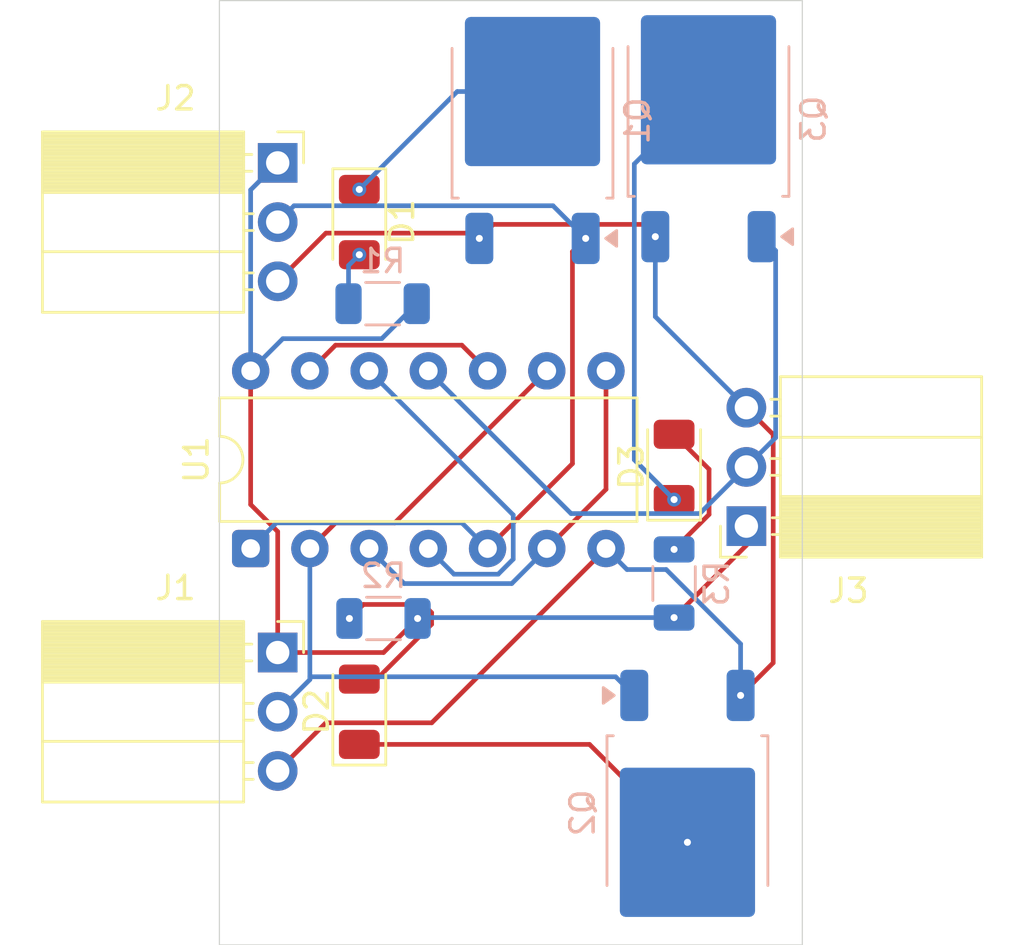
<source format=kicad_pcb>
(kicad_pcb (version 20241229) (generator "pcbnew") (generator_version "9.0")
  (layers (0 "F.Cu" signal) (2 "B.Cu" signal) (13 "F.Paste" user) (15 "B.Paste" user) (5 "F.SilkS" user "F.Silkscreen") (7 "B.SilkS" user "B.Silkscreen") (1 "F.Mask" user) (3 "B.Mask" user) (25 "Edge.Cuts" user))
  (net 0 "")
  (net 1 "Net-(D1-K)")
  (net 2 "Net-(D1-A)")
  (net 3 "Net-(D2-K)")
  (net 4 "Net-(D2-A)")
  (net 5 "Net-(D3-A)")
  (net 6 "Net-(D3-K)")
  (net 7 "Net-(J1-Pin_1)")
  (net 8 "Net-(J1-Pin_2)")
  (net 9 "Net-(J1-Pin_3)")
  (net 10 "Net-(J2-Pin_2)")
  (net 11 "Net-(J3-Pin_2)")
  (net 12 "Net-(U1-Pad3)")
  (net 13 "Net-(U1-Pad10)")
  (net 14 "Net-(U1-Pad12)")
  (footprint "Connector_PinSocket_2.54mm:PinSocket_1x03_P2.54mm_Horizontal" (layer "F.Cu") (at 107.5 81.96)
    (property "Reference" "J2" (at -4.38 -2.77 0) (layer "F.SilkS"))
    (property "Value" "Conn_01x03_Socket")
    (fp_line (start -10.09 -1.33) (end -10.09 6.41) (stroke (width 0.12)) (layer "F.SilkS"))
    (fp_line (start -10.09 -1.33) (end -1.46 -1.33) (stroke (width 0.12)) (layer "F.SilkS"))
    (fp_line (start -10.09 -1.21) (end -1.46 -1.21) (stroke (width 0.12)) (layer "F.SilkS"))
    (fp_line (start -10.09 -1.091905) (end -1.46 -1.091905) (stroke (width 0.12)) (layer "F.SilkS"))
    (fp_line (start -10.09 -0.97381) (end -1.46 -0.97381) (stroke (width 0.12)) (layer "F.SilkS"))
    (fp_line (start -10.09 -0.855715) (end -1.46 -0.855715) (stroke (width 0.12)) (layer "F.SilkS"))
    (fp_line (start -10.09 -0.73762) (end -1.46 -0.73762) (stroke (width 0.12)) (layer "F.SilkS"))
    (fp_line (start -10.09 -0.619525) (end -1.46 -0.619525) (stroke (width 0.12)) (layer "F.SilkS"))
    (fp_line (start -10.09 -0.50143) (end -1.46 -0.50143) (stroke (width 0.12)) (layer "F.SilkS"))
    (fp_line (start -10.09 -0.383335) (end -1.46 -0.383335) (stroke (width 0.12)) (layer "F.SilkS"))
    (fp_line (start -10.09 -0.26524) (end -1.46 -0.26524) (stroke (width 0.12)) (layer "F.SilkS"))
    (fp_line (start -10.09 -0.147145) (end -1.46 -0.147145) (stroke (width 0.12)) (layer "F.SilkS"))
    (fp_line (start -10.09 -0.02905) (end -1.46 -0.02905) (stroke (width 0.12)) (layer "F.SilkS"))
    (fp_line (start -10.09 0.089045) (end -1.46 0.089045) (stroke (width 0.12)) (layer "F.SilkS"))
    (fp_line (start -10.09 0.20714) (end -1.46 0.20714) (stroke (width 0.12)) (layer "F.SilkS"))
    (fp_line (start -10.09 0.325235) (end -1.46 0.325235) (stroke (width 0.12)) (layer "F.SilkS"))
    (fp_line (start -10.09 0.44333) (end -1.46 0.44333) (stroke (width 0.12)) (layer "F.SilkS"))
    (fp_line (start -10.09 0.561425) (end -1.46 0.561425) (stroke (width 0.12)) (layer "F.SilkS"))
    (fp_line (start -10.09 0.67952) (end -1.46 0.67952) (stroke (width 0.12)) (layer "F.SilkS"))
    (fp_line (start -10.09 0.797615) (end -1.46 0.797615) (stroke (width 0.12)) (layer "F.SilkS"))
    (fp_line (start -10.09 0.91571) (end -1.46 0.91571) (stroke (width 0.12)) (layer "F.SilkS"))
    (fp_line (start -10.09 1.033805) (end -1.46 1.033805) (stroke (width 0.12)) (layer "F.SilkS"))
    (fp_line (start -10.09 1.1519) (end -1.46 1.1519) (stroke (width 0.12)) (layer "F.SilkS"))
    (fp_line (start -10.09 1.27) (end -1.46 1.27) (stroke (width 0.12)) (layer "F.SilkS"))
    (fp_line (start -10.09 3.81) (end -1.46 3.81) (stroke (width 0.12)) (layer "F.SilkS"))
    (fp_line (start -10.09 6.41) (end -1.46 6.41) (stroke (width 0.12)) (layer "F.SilkS"))
    (fp_line (start -1.46 -1.33) (end -1.46 6.41) (stroke (width 0.12)) (layer "F.SilkS"))
    (fp_line (start -1.46 -0.36) (end -1.11 -0.36) (stroke (width 0.12)) (layer "F.SilkS"))
    (fp_line (start -1.46 0.36) (end -1.11 0.36) (stroke (width 0.12)) (layer "F.SilkS"))
    (fp_line (start -1.46 2.18) (end -1.05 2.18) (stroke (width 0.12)) (layer "F.SilkS"))
    (fp_line (start -1.46 2.9) (end -1.05 2.9) (stroke (width 0.12)) (layer "F.SilkS"))
    (fp_line (start -1.46 4.72) (end -1.05 4.72) (stroke (width 0.12)) (layer "F.SilkS"))
    (fp_line (start -1.46 5.44) (end -1.05 5.44) (stroke (width 0.12)) (layer "F.SilkS"))
    (fp_line (start 0 -1.33) (end 1.11 -1.33) (stroke (width 0.12)) (layer "F.SilkS"))
    (fp_line (start 1.11 -1.33) (end 1.11 0) (stroke (width 0.12)) (layer "F.SilkS"))
    (pad "1" thru_hole rect (at 0 0) (size 1.7 1.7) (drill 1) (layers "*.Cu" "*.Mask") (net 7 "Net-(J1-Pin_1)"))
    (pad "2" thru_hole circle (at 0 2.54) (size 1.7 1.7) (drill 1) (layers "*.Cu" "*.Mask") (net 10 "Net-(J2-Pin_2)"))
    (pad "3" thru_hole circle (at 0 5.08) (size 1.7 1.7) (drill 1) (layers "*.Cu" "*.Mask") (net 9 "Net-(J1-Pin_3)"))
  )
  (footprint "LED_SMD:LED_1206_3216Metric" (layer "F.Cu") (at 124.5 95 90)
    (property "Reference" "D3" (at 0 -1.83 90) (layer "F.SilkS"))
    (property "Value" "LED")
    (fp_line (start 1.6 -1.135) (end -2.285 -1.135) (stroke (width 0.12)) (layer "F.SilkS"))
    (fp_line (start -2.285 -1.135) (end -2.285 1.135) (stroke (width 0.12)) (layer "F.SilkS"))
    (fp_line (start -2.285 1.135) (end 1.6 1.135) (stroke (width 0.12)) (layer "F.SilkS"))
    (pad "1" smd roundrect (at -1.4 0 90) (size 1.25 1.75) (layers "F.Cu" "F.Mask" "F.Paste") (roundrect_rratio 0.2) (net 6 "Net-(D3-K)"))
    (pad "2" smd roundrect (at 1.4 0 90) (size 1.25 1.75) (layers "F.Cu" "F.Mask" "F.Paste") (roundrect_rratio 0.2) (net 5 "Net-(D3-A)"))
  )
  (footprint "Connector_PinSocket_2.54mm:PinSocket_1x03_P2.54mm_Horizontal" (layer "F.Cu") (at 127.6 97.54 180)
    (property "Reference" "J3" (at -4.38 -2.77 0) (layer "F.SilkS"))
    (property "Value" "Conn_01x03_Socket")
    (fp_line (start 1.11 -1.33) (end 1.11 0) (stroke (width 0.12)) (layer "F.SilkS"))
    (fp_line (start 0 -1.33) (end 1.11 -1.33) (stroke (width 0.12)) (layer "F.SilkS"))
    (fp_line (start -1.46 5.44) (end -1.05 5.44) (stroke (width 0.12)) (layer "F.SilkS"))
    (fp_line (start -1.46 4.72) (end -1.05 4.72) (stroke (width 0.12)) (layer "F.SilkS"))
    (fp_line (start -1.46 2.9) (end -1.05 2.9) (stroke (width 0.12)) (layer "F.SilkS"))
    (fp_line (start -1.46 2.18) (end -1.05 2.18) (stroke (width 0.12)) (layer "F.SilkS"))
    (fp_line (start -1.46 0.36) (end -1.11 0.36) (stroke (width 0.12)) (layer "F.SilkS"))
    (fp_line (start -1.46 -0.36) (end -1.11 -0.36) (stroke (width 0.12)) (layer "F.SilkS"))
    (fp_line (start -1.46 -1.33) (end -1.46 6.41) (stroke (width 0.12)) (layer "F.SilkS"))
    (fp_line (start -10.09 6.41) (end -1.46 6.41) (stroke (width 0.12)) (layer "F.SilkS"))
    (fp_line (start -10.09 3.81) (end -1.46 3.81) (stroke (width 0.12)) (layer "F.SilkS"))
    (fp_line (start -10.09 1.27) (end -1.46 1.27) (stroke (width 0.12)) (layer "F.SilkS"))
    (fp_line (start -10.09 1.1519) (end -1.46 1.1519) (stroke (width 0.12)) (layer "F.SilkS"))
    (fp_line (start -10.09 1.033805) (end -1.46 1.033805) (stroke (width 0.12)) (layer "F.SilkS"))
    (fp_line (start -10.09 0.91571) (end -1.46 0.91571) (stroke (width 0.12)) (layer "F.SilkS"))
    (fp_line (start -10.09 0.797615) (end -1.46 0.797615) (stroke (width 0.12)) (layer "F.SilkS"))
    (fp_line (start -10.09 0.67952) (end -1.46 0.67952) (stroke (width 0.12)) (layer "F.SilkS"))
    (fp_line (start -10.09 0.561425) (end -1.46 0.561425) (stroke (width 0.12)) (layer "F.SilkS"))
    (fp_line (start -10.09 0.44333) (end -1.46 0.44333) (stroke (width 0.12)) (layer "F.SilkS"))
    (fp_line (start -10.09 0.325235) (end -1.46 0.325235) (stroke (width 0.12)) (layer "F.SilkS"))
    (fp_line (start -10.09 0.20714) (end -1.46 0.20714) (stroke (width 0.12)) (layer "F.SilkS"))
    (fp_line (start -10.09 0.089045) (end -1.46 0.089045) (stroke (width 0.12)) (layer "F.SilkS"))
    (fp_line (start -10.09 -0.02905) (end -1.46 -0.02905) (stroke (width 0.12)) (layer "F.SilkS"))
    (fp_line (start -10.09 -0.147145) (end -1.46 -0.147145) (stroke (width 0.12)) (layer "F.SilkS"))
    (fp_line (start -10.09 -0.26524) (end -1.46 -0.26524) (stroke (width 0.12)) (layer "F.SilkS"))
    (fp_line (start -10.09 -0.383335) (end -1.46 -0.383335) (stroke (width 0.12)) (layer "F.SilkS"))
    (fp_line (start -10.09 -0.50143) (end -1.46 -0.50143) (stroke (width 0.12)) (layer "F.SilkS"))
    (fp_line (start -10.09 -0.619525) (end -1.46 -0.619525) (stroke (width 0.12)) (layer "F.SilkS"))
    (fp_line (start -10.09 -0.73762) (end -1.46 -0.73762) (stroke (width 0.12)) (layer "F.SilkS"))
    (fp_line (start -10.09 -0.855715) (end -1.46 -0.855715) (stroke (width 0.12)) (layer "F.SilkS"))
    (fp_line (start -10.09 -0.97381) (end -1.46 -0.97381) (stroke (width 0.12)) (layer "F.SilkS"))
    (fp_line (start -10.09 -1.091905) (end -1.46 -1.091905) (stroke (width 0.12)) (layer "F.SilkS"))
    (fp_line (start -10.09 -1.21) (end -1.46 -1.21) (stroke (width 0.12)) (layer "F.SilkS"))
    (fp_line (start -10.09 -1.33) (end -1.46 -1.33) (stroke (width 0.12)) (layer "F.SilkS"))
    (fp_line (start -10.09 -1.33) (end -10.09 6.41) (stroke (width 0.12)) (layer "F.SilkS"))
    (pad "1" thru_hole rect (at 0 0 180) (size 1.7 1.7) (drill 1) (layers "*.Cu" "*.Mask") (net 7 "Net-(J1-Pin_1)"))
    (pad "2" thru_hole circle (at 0 2.54 180) (size 1.7 1.7) (drill 1) (layers "*.Cu" "*.Mask") (net 11 "Net-(J3-Pin_2)"))
    (pad "3" thru_hole circle (at 0 5.08 180) (size 1.7 1.7) (drill 1) (layers "*.Cu" "*.Mask") (net 9 "Net-(J1-Pin_3)"))
  )
  (footprint "LED_SMD:LED_1206_3216Metric" (layer "F.Cu") (at 111 84.5 -90)
    (property "Reference" "D1" (at 0 -1.83 90) (layer "F.SilkS"))
    (property "Value" "LED")
    (fp_line (start -2.285 1.135) (end 1.6 1.135) (stroke (width 0.12)) (layer "F.SilkS"))
    (fp_line (start -2.285 -1.135) (end -2.285 1.135) (stroke (width 0.12)) (layer "F.SilkS"))
    (fp_line (start 1.6 -1.135) (end -2.285 -1.135) (stroke (width 0.12)) (layer "F.SilkS"))
    (pad "1" smd roundrect (at -1.4 0 270) (size 1.25 1.75) (layers "F.Cu" "F.Mask" "F.Paste") (roundrect_rratio 0.2) (net 1 "Net-(D1-K)"))
    (pad "2" smd roundrect (at 1.4 0 270) (size 1.25 1.75) (layers "F.Cu" "F.Mask" "F.Paste") (roundrect_rratio 0.2) (net 2 "Net-(D1-A)"))
  )
  (footprint "Package_DIP:DIP-14_W7.62mm" (layer "F.Cu") (at 106.34 98.5 90)
    (property "Reference" "U1" (at 3.81 -2.33 90) (layer "F.SilkS"))
    (property "Value" "4011")
    (fp_line (start 6.46 -1.33) (end 4.81 -1.33) (stroke (width 0.12)) (layer "F.SilkS"))
    (fp_line (start 2.81 -1.33) (end 1.16 -1.33) (stroke (width 0.12)) (layer "F.SilkS"))
    (fp_line (start 1.16 -1.33) (end 1.16 16.57) (stroke (width 0.12)) (layer "F.SilkS"))
    (fp_line (start 6.46 16.57) (end 6.46 -1.33) (stroke (width 0.12)) (layer "F.SilkS"))
    (fp_line (start 1.16 16.57) (end 6.46 16.57) (stroke (width 0.12)) (layer "F.SilkS"))
    (fp_arc (start 4.81 -1.33) (mid 3.81 -0.33) (end 2.81 -1.33) (stroke (width 0.12)) (layer "F.SilkS"))
    (pad "1" thru_hole roundrect (at 0 0 90) (size 1.6 1.6) (drill 0.8) (layers "*.Cu" "*.Mask") (roundrect_rratio 0.15625) (net 10 "Net-(J2-Pin_2)"))
    (pad "2" thru_hole circle (at 0 2.54 90) (size 1.6 1.6) (drill 0.8) (layers "*.Cu" "*.Mask") (net 8 "Net-(J1-Pin_2)"))
    (pad "3" thru_hole circle (at 0 5.08 90) (size 1.6 1.6) (drill 0.8) (layers "*.Cu" "*.Mask") (net 12 "Net-(U1-Pad3)"))
    (pad "4" thru_hole circle (at 0 7.62 90) (size 1.6 1.6) (drill 0.8) (layers "*.Cu" "*.Mask") (net 14 "Net-(U1-Pad12)"))
    (pad "5" thru_hole circle (at 0 10.16 90) (size 1.6 1.6) (drill 0.8) (layers "*.Cu" "*.Mask") (net 10 "Net-(J2-Pin_2)"))
    (pad "6" thru_hole circle (at 0 12.7 90) (size 1.6 1.6) (drill 0.8) (layers "*.Cu" "*.Mask") (net 12 "Net-(U1-Pad3)"))
    (pad "7" thru_hole circle (at 0 15.24 90) (size 1.6 1.6) (drill 0.8) (layers "*.Cu" "*.Mask") (net 9 "Net-(J1-Pin_3)"))
    (pad "8" thru_hole circle (at 7.62 15.24 90) (size 1.6 1.6) (drill 0.8) (layers "*.Cu" "*.Mask") (net 12 "Net-(U1-Pad3)"))
    (pad "9" thru_hole circle (at 7.62 12.7 90) (size 1.6 1.6) (drill 0.8) (layers "*.Cu" "*.Mask") (net 8 "Net-(J1-Pin_2)"))
    (pad "10" thru_hole circle (at 7.62 10.16 90) (size 1.6 1.6) (drill 0.8) (layers "*.Cu" "*.Mask") (net 13 "Net-(U1-Pad10)"))
    (pad "11" thru_hole circle (at 7.62 7.62 90) (size 1.6 1.6) (drill 0.8) (layers "*.Cu" "*.Mask") (net 11 "Net-(J3-Pin_2)"))
    (pad "12" thru_hole circle (at 7.62 5.08 90) (size 1.6 1.6) (drill 0.8) (layers "*.Cu" "*.Mask") (net 14 "Net-(U1-Pad12)"))
    (pad "13" thru_hole circle (at 7.62 2.54 90) (size 1.6 1.6) (drill 0.8) (layers "*.Cu" "*.Mask") (net 13 "Net-(U1-Pad10)"))
    (pad "14" thru_hole circle (at 7.62 0 90) (size 1.6 1.6) (drill 0.8) (layers "*.Cu" "*.Mask") (net 7 "Net-(J1-Pin_1)"))
  )
  (footprint "Connector_PinSocket_2.54mm:PinSocket_1x03_P2.54mm_Horizontal" (layer "F.Cu") (at 107.5 102.96)
    (property "Reference" "J1" (at -4.38 -2.77 0) (layer "F.SilkS"))
    (property "Value" "Conn_01x03_Socket")
    (fp_line (start -10.09 -1.33) (end -10.09 6.41) (stroke (width 0.12)) (layer "F.SilkS"))
    (fp_line (start -10.09 -1.33) (end -1.46 -1.33) (stroke (width 0.12)) (layer "F.SilkS"))
    (fp_line (start -10.09 -1.21) (end -1.46 -1.21) (stroke (width 0.12)) (layer "F.SilkS"))
    (fp_line (start -10.09 -1.091905) (end -1.46 -1.091905) (stroke (width 0.12)) (layer "F.SilkS"))
    (fp_line (start -10.09 -0.97381) (end -1.46 -0.97381) (stroke (width 0.12)) (layer "F.SilkS"))
    (fp_line (start -10.09 -0.855715) (end -1.46 -0.855715) (stroke (width 0.12)) (layer "F.SilkS"))
    (fp_line (start -10.09 -0.73762) (end -1.46 -0.73762) (stroke (width 0.12)) (layer "F.SilkS"))
    (fp_line (start -10.09 -0.619525) (end -1.46 -0.619525) (stroke (width 0.12)) (layer "F.SilkS"))
    (fp_line (start -10.09 -0.50143) (end -1.46 -0.50143) (stroke (width 0.12)) (layer "F.SilkS"))
    (fp_line (start -10.09 -0.383335) (end -1.46 -0.383335) (stroke (width 0.12)) (layer "F.SilkS"))
    (fp_line (start -10.09 -0.26524) (end -1.46 -0.26524) (stroke (width 0.12)) (layer "F.SilkS"))
    (fp_line (start -10.09 -0.147145) (end -1.46 -0.147145) (stroke (width 0.12)) (layer "F.SilkS"))
    (fp_line (start -10.09 -0.02905) (end -1.46 -0.02905) (stroke (width 0.12)) (layer "F.SilkS"))
    (fp_line (start -10.09 0.089045) (end -1.46 0.089045) (stroke (width 0.12)) (layer "F.SilkS"))
    (fp_line (start -10.09 0.20714) (end -1.46 0.20714) (stroke (width 0.12)) (layer "F.SilkS"))
    (fp_line (start -10.09 0.325235) (end -1.46 0.325235) (stroke (width 0.12)) (layer "F.SilkS"))
    (fp_line (start -10.09 0.44333) (end -1.46 0.44333) (stroke (width 0.12)) (layer "F.SilkS"))
    (fp_line (start -10.09 0.561425) (end -1.46 0.561425) (stroke (width 0.12)) (layer "F.SilkS"))
    (fp_line (start -10.09 0.67952) (end -1.46 0.67952) (stroke (width 0.12)) (layer "F.SilkS"))
    (fp_line (start -10.09 0.797615) (end -1.46 0.797615) (stroke (width 0.12)) (layer "F.SilkS"))
    (fp_line (start -10.09 0.91571) (end -1.46 0.91571) (stroke (width 0.12)) (layer "F.SilkS"))
    (fp_line (start -10.09 1.033805) (end -1.46 1.033805) (stroke (width 0.12)) (layer "F.SilkS"))
    (fp_line (start -10.09 1.1519) (end -1.46 1.1519) (stroke (width 0.12)) (layer "F.SilkS"))
    (fp_line (start -10.09 1.27) (end -1.46 1.27) (stroke (width 0.12)) (layer "F.SilkS"))
    (fp_line (start -10.09 3.81) (end -1.46 3.81) (stroke (width 0.12)) (layer "F.SilkS"))
    (fp_line (start -10.09 6.41) (end -1.46 6.41) (stroke (width 0.12)) (layer "F.SilkS"))
    (fp_line (start -1.46 -1.33) (end -1.46 6.41) (stroke (width 0.12)) (layer "F.SilkS"))
    (fp_line (start -1.46 -0.36) (end -1.11 -0.36) (stroke (width 0.12)) (layer "F.SilkS"))
    (fp_line (start -1.46 0.36) (end -1.11 0.36) (stroke (width 0.12)) (layer "F.SilkS"))
    (fp_line (start -1.46 2.18) (end -1.05 2.18) (stroke (width 0.12)) (layer "F.SilkS"))
    (fp_line (start -1.46 2.9) (end -1.05 2.9) (stroke (width 0.12)) (layer "F.SilkS"))
    (fp_line (start -1.46 4.72) (end -1.05 4.72) (stroke (width 0.12)) (layer "F.SilkS"))
    (fp_line (start -1.46 5.44) (end -1.05 5.44) (stroke (width 0.12)) (layer "F.SilkS"))
    (fp_line (start 0 -1.33) (end 1.11 -1.33) (stroke (width 0.12)) (layer "F.SilkS"))
    (fp_line (start 1.11 -1.33) (end 1.11 0) (stroke (width 0.12)) (layer "F.SilkS"))
    (pad "1" thru_hole rect (at 0 0) (size 1.7 1.7) (drill 1) (layers "*.Cu" "*.Mask") (net 7 "Net-(J1-Pin_1)"))
    (pad "2" thru_hole circle (at 0 2.54) (size 1.7 1.7) (drill 1) (layers "*.Cu" "*.Mask") (net 8 "Net-(J1-Pin_2)"))
    (pad "3" thru_hole circle (at 0 5.08) (size 1.7 1.7) (drill 1) (layers "*.Cu" "*.Mask") (net 9 "Net-(J1-Pin_3)"))
  )
  (footprint "LED_SMD:LED_1206_3216Metric" (layer "F.Cu") (at 111 105.5 90)
    (property "Reference" "D2" (at 0 -1.83 90) (layer "F.SilkS"))
    (property "Value" "LED")
    (fp_line (start 1.6 -1.135) (end -2.285 -1.135) (stroke (width 0.12)) (layer "F.SilkS"))
    (fp_line (start -2.285 -1.135) (end -2.285 1.135) (stroke (width 0.12)) (layer "F.SilkS"))
    (fp_line (start -2.285 1.135) (end 1.6 1.135) (stroke (width 0.12)) (layer "F.SilkS"))
    (pad "1" smd roundrect (at -1.4 0 90) (size 1.25 1.75) (layers "F.Cu" "F.Mask" "F.Paste") (roundrect_rratio 0.2) (net 3 "Net-(D2-K)"))
    (pad "2" smd roundrect (at 1.4 0 90) (size 1.25 1.75) (layers "F.Cu" "F.Mask" "F.Paste") (roundrect_rratio 0.2) (net 4 "Net-(D2-A)"))
  )
  (footprint "Package_TO_SOT_SMD:TO-252-2" (layer "B.Cu") (at 125.975 80.085 90)
    (property "Reference" "Q3" (at 0 4.5 90) (layer "B.SilkS") (effects (justify mirror)))
    (property "Value" "QM6006D")
    (fp_line (start 3.11 -3.45) (end -3.31 -3.45) (stroke (width 0.12)) (layer "B.SilkS"))
    (fp_line (start -3.31 -3.45) (end -3.31 -3.18) (stroke (width 0.12)) (layer "B.SilkS"))
    (fp_line (start 3.11 3.45) (end -3.31 3.45) (stroke (width 0.12)) (layer "B.SilkS"))
    (fp_line (start -3.31 3.45) (end -3.31 3.18) (stroke (width 0.12)) (layer "B.SilkS"))
    (fp_poly (pts (xy -5.04 3.14) (xy -5.38 3.61) (xy -4.7 3.61)) (stroke (width 0.12)) (fill yes) (layer "B.SilkS"))
    (pad "1" smd roundrect (at -5.04 2.28 90) (size 2.2 1.2) (layers "B.Cu" "B.Mask" "B.Paste") (roundrect_rratio 0.208333) (net 11 "Net-(J3-Pin_2)"))
    (pad "2" smd roundrect (at 1.26 0 90) (size 6.4 5.8) (layers "B.Cu" "B.Mask") (roundrect_rratio 0.043103) (net 6 "Net-(D3-K)"))
    (pad "3" smd roundrect (at -5.04 -2.28 90) (size 2.2 1.2) (layers "B.Cu" "B.Mask" "B.Paste") (roundrect_rratio 0.208333) (net 9 "Net-(J1-Pin_3)"))
  )
  (footprint "Resistor_SMD:R_1206_3216Metric" (layer "B.Cu") (at 112 88 180)
    (property "Reference" "R1" (at 0 1.83 0) (layer "B.SilkS") (effects (justify mirror)))
    (property "Value" "R")
    (fp_line (start -0.727064 0.91) (end 0.727064 0.91) (stroke (width 0.12)) (layer "B.SilkS"))
    (fp_line (start -0.727064 -0.91) (end 0.727064 -0.91) (stroke (width 0.12)) (layer "B.SilkS"))
    (pad "1" smd roundrect (at -1.4625 0 180) (size 1.125 1.75) (layers "B.Cu" "B.Mask" "B.Paste") (roundrect_rratio 0.222222) (net 7 "Net-(J1-Pin_1)"))
    (pad "2" smd roundrect (at 1.4625 0 180) (size 1.125 1.75) (layers "B.Cu" "B.Mask" "B.Paste") (roundrect_rratio 0.222222) (net 2 "Net-(D1-A)"))
  )
  (footprint "Resistor_SMD:R_1206_3216Metric" (layer "B.Cu") (at 124.5 100 90)
    (property "Reference" "R3" (at 0 1.83 90) (layer "B.SilkS") (effects (justify mirror)))
    (property "Value" "R")
    (fp_line (start -0.727064 -0.91) (end 0.727064 -0.91) (stroke (width 0.12)) (layer "B.SilkS"))
    (fp_line (start -0.727064 0.91) (end 0.727064 0.91) (stroke (width 0.12)) (layer "B.SilkS"))
    (pad "1" smd roundrect (at -1.4625 0 90) (size 1.125 1.75) (layers "B.Cu" "B.Mask" "B.Paste") (roundrect_rratio 0.222222) (net 7 "Net-(J1-Pin_1)"))
    (pad "2" smd roundrect (at 1.4625 0 90) (size 1.125 1.75) (layers "B.Cu" "B.Mask" "B.Paste") (roundrect_rratio 0.222222) (net 5 "Net-(D3-A)"))
  )
  (footprint "Resistor_SMD:R_1206_3216Metric" (layer "B.Cu") (at 112.0375 101.5 180)
    (property "Reference" "R2" (at 0 1.83 0) (layer "B.SilkS") (effects (justify mirror)))
    (property "Value" "R")
    (fp_line (start -0.727064 0.91) (end 0.727064 0.91) (stroke (width 0.12)) (layer "B.SilkS"))
    (fp_line (start -0.727064 -0.91) (end 0.727064 -0.91) (stroke (width 0.12)) (layer "B.SilkS"))
    (pad "1" smd roundrect (at -1.4625 0 180) (size 1.125 1.75) (layers "B.Cu" "B.Mask" "B.Paste") (roundrect_rratio 0.222222) (net 7 "Net-(J1-Pin_1)"))
    (pad "2" smd roundrect (at 1.4625 0 180) (size 1.125 1.75) (layers "B.Cu" "B.Mask" "B.Paste") (roundrect_rratio 0.222222) (net 4 "Net-(D2-A)"))
  )
  (footprint "Package_TO_SOT_SMD:TO-252-2" (layer "B.Cu") (at 118.4275 80.16 90)
    (property "Reference" "Q1" (at 0 4.5 90) (layer "B.SilkS") (effects (justify mirror)))
    (property "Value" "QM6006D")
    (fp_line (start 3.11 -3.45) (end -3.31 -3.45) (stroke (width 0.12)) (layer "B.SilkS"))
    (fp_line (start -3.31 -3.45) (end -3.31 -3.18) (stroke (width 0.12)) (layer "B.SilkS"))
    (fp_line (start 3.11 3.45) (end -3.31 3.45) (stroke (width 0.12)) (layer "B.SilkS"))
    (fp_line (start -3.31 3.45) (end -3.31 3.18) (stroke (width 0.12)) (layer "B.SilkS"))
    (fp_poly (pts (xy -5.04 3.14) (xy -5.38 3.61) (xy -4.7 3.61)) (stroke (width 0.12)) (fill yes) (layer "B.SilkS"))
    (pad "1" smd roundrect (at -5.04 2.28 90) (size 2.2 1.2) (layers "B.Cu" "B.Mask" "B.Paste") (roundrect_rratio 0.208333) (net 10 "Net-(J2-Pin_2)"))
    (pad "2" smd roundrect (at 1.26 0 90) (size 6.4 5.8) (layers "B.Cu" "B.Mask") (roundrect_rratio 0.043103) (net 1 "Net-(D1-K)"))
    (pad "3" smd roundrect (at -5.04 -2.28 90) (size 2.2 1.2) (layers "B.Cu" "B.Mask" "B.Paste") (roundrect_rratio 0.208333) (net 9 "Net-(J1-Pin_3)"))
  )
  (footprint "Package_TO_SOT_SMD:TO-252-2" (layer "B.Cu") (at 125.0725 109.84 -90)
    (property "Reference" "Q2" (at 0 4.5 90) (layer "B.SilkS") (effects (justify mirror)))
    (property "Value" "QM6006D")
    (fp_line (start -3.31 3.45) (end -3.31 3.18) (stroke (width 0.12)) (layer "B.SilkS"))
    (fp_line (start 3.11 3.45) (end -3.31 3.45) (stroke (width 0.12)) (layer "B.SilkS"))
    (fp_line (start -3.31 -3.45) (end -3.31 -3.18) (stroke (width 0.12)) (layer "B.SilkS"))
    (fp_line (start 3.11 -3.45) (end -3.31 -3.45) (stroke (width 0.12)) (layer "B.SilkS"))
    (fp_poly (pts (xy -5.04 3.14) (xy -5.38 3.61) (xy -4.7 3.61)) (stroke (width 0.12)) (fill yes) (layer "B.SilkS"))
    (pad "1" smd roundrect (at -5.04 2.28 270) (size 2.2 1.2) (layers "B.Cu" "B.Mask" "B.Paste") (roundrect_rratio 0.208333) (net 8 "Net-(J1-Pin_2)"))
    (pad "2" smd roundrect (at 1.26 0 270) (size 6.4 5.8) (layers "B.Cu" "B.Mask") (roundrect_rratio 0.043103) (net 3 "Net-(D2-K)"))
    (pad "3" smd roundrect (at -5.04 -2.28 270) (size 2.2 1.2) (layers "B.Cu" "B.Mask" "B.Paste") (roundrect_rratio 0.208333) (net 9 "Net-(J1-Pin_3)"))
  )
  (gr_rect (start 105 75) (end 130 115.5) (stroke (width 0.05)) (fill no) (layer "Edge.Cuts"))
  (via (at 111 83.1) (size 0.6) (drill 0.3) (layers "F.Cu" "B.Cu") (net 1))
  (segment (start 115.2 78.9) (end 111 83.1) (width 0.2) (layer "B.Cu") (net 1))
  (segment (start 118.4275 78.9) (end 115.2 78.9) (width 0.2) (layer "B.Cu") (net 1))
  (via (at 111 85.9) (size 0.6) (drill 0.3) (layers "F.Cu" "B.Cu") (net 2))
  (segment (start 110.5375 86.3625) (end 111 85.9) (width 0.2) (layer "B.Cu") (net 2))
  (segment (start 110.5375 88) (end 110.5375 86.3625) (width 0.2) (layer "B.Cu") (net 2))
  (segment (start 120.8725 106.9) (end 125.0725 111.1) (width 0.2) (layer "F.Cu") (net 3))
  (segment (start 111 106.9) (end 120.8725 106.9) (width 0.2) (layer "F.Cu") (net 3))
  (via (at 125.0725 111.1) (size 0.6) (drill 0.3) (layers "F.Cu" "B.Cu") (net 3))
  (segment (start 114.101 101.748943) (end 114.101 101.251057) (width 0.2) (layer "F.Cu") (net 4))
  (segment (start 111.749943 104.1) (end 114.101 101.748943) (width 0.2) (layer "F.Cu") (net 4))
  (segment (start 111 104.1) (end 111.749943 104.1) (width 0.2) (layer "F.Cu") (net 4))
  (segment (start 114.101 101.251057) (end 113.748943 100.899) (width 0.2) (layer "F.Cu") (net 4))
  (segment (start 113.748943 100.899) (end 111.176 100.899) (width 0.2) (layer "F.Cu") (net 4))
  (segment (start 111.176 100.899) (end 110.575 101.5) (width 0.2) (layer "F.Cu") (net 4))
  (via (at 110.575 101.5) (size 0.6) (drill 0.3) (layers "F.Cu" "B.Cu") (net 4))
  (segment (start 124.5 93.6) (end 126 95.1) (width 0.2) (layer "F.Cu") (net 5))
  (segment (start 126 95.1) (end 126 97.0375) (width 0.2) (layer "F.Cu") (net 5))
  (segment (start 126 97.0375) (end 124.5 98.5375) (width 0.2) (layer "F.Cu") (net 5))
  (via (at 124.5 98.5375) (size 0.6) (drill 0.3) (layers "F.Cu" "B.Cu") (net 5))
  (via (at 124.5 96.4) (size 0.6) (drill 0.3) (layers "F.Cu" "B.Cu") (net 6))
  (segment (start 122.794 82.006) (end 122.794 94.694) (width 0.2) (layer "B.Cu") (net 6))
  (segment (start 122.794 94.694) (end 124.5 96.4) (width 0.2) (layer "B.Cu") (net 6))
  (segment (start 125.975 78.825) (end 122.794 82.006) (width 0.2) (layer "B.Cu") (net 6))
  (segment (start 112.04 102.96) (end 113.5 101.5) (width 0.2) (layer "F.Cu") (net 7))
  (segment (start 127.6 97.54) (end 127.6 98.3625) (width 0.2) (layer "F.Cu") (net 7))
  (segment (start 107.5 97.77384) (end 106.34 96.61384) (width 0.2) (layer "F.Cu") (net 7))
  (segment (start 127.6 98.3625) (end 124.5 101.4625) (width 0.2) (layer "F.Cu") (net 7))
  (segment (start 107.5 102.96) (end 107.5 97.77384) (width 0.2) (layer "F.Cu") (net 7))
  (segment (start 107.5 102.96) (end 112.04 102.96) (width 0.2) (layer "F.Cu") (net 7))
  (segment (start 106.34 96.61384) (end 106.34 90.88) (width 0.2) (layer "F.Cu") (net 7))
  (via (at 124.5 101.4625) (size 0.6) (drill 0.3) (layers "F.Cu" "B.Cu") (net 7))
  (via (at 113.5 101.5) (size 0.6) (drill 0.3) (layers "F.Cu" "B.Cu") (net 7))
  (segment (start 106.34 83.12) (end 106.34 90.88) (width 0.2) (layer "B.Cu") (net 7))
  (segment (start 107.72 89.5) (end 111.9625 89.5) (width 0.2) (layer "B.Cu") (net 7))
  (segment (start 107.5 81.96) (end 106.34 83.12) (width 0.2) (layer "B.Cu") (net 7))
  (segment (start 113.5375 101.4625) (end 113.5 101.5) (width 0.2) (layer "B.Cu") (net 7))
  (segment (start 106.34 90.88) (end 107.72 89.5) (width 0.2) (layer "B.Cu") (net 7))
  (segment (start 111.9625 89.5) (end 113.4625 88) (width 0.2) (layer "B.Cu") (net 7))
  (segment (start 124.5 101.4625) (end 113.5375 101.4625) (width 0.2) (layer "B.Cu") (net 7))
  (segment (start 108.88 98.5) (end 109.981 97.399) (width 0.2) (layer "F.Cu") (net 8))
  (segment (start 112.521 97.399) (end 119.04 90.88) (width 0.2) (layer "F.Cu") (net 8))
  (segment (start 109.981 97.399) (end 112.521 97.399) (width 0.2) (layer "F.Cu") (net 8))
  (segment (start 108.88 98.5) (end 108.88 104) (width 0.2) (layer "B.Cu") (net 8))
  (segment (start 121.9925 104) (end 108.88 104) (width 0.2) (layer "B.Cu") (net 8))
  (segment (start 122.7925 104.8) (end 121.9925 104) (width 0.2) (layer "B.Cu") (net 8))
  (segment (start 108.88 104) (end 108.88 104.12) (width 0.2) (layer "B.Cu") (net 8))
  (segment (start 108.88 104.12) (end 107.5 105.5) (width 0.2) (layer "B.Cu") (net 8))
  (segment (start 115.9215 84.974) (end 116.1475 85.2) (width 0.2) (layer "F.Cu") (net 9))
  (segment (start 114.106 105.974) (end 121.58 98.5) (width 0.2) (layer "F.Cu") (net 9))
  (segment (start 127.6 92.46) (end 128.751 93.611) (width 0.2) (layer "F.Cu") (net 9))
  (segment (start 109.566 84.974) (end 115.9215 84.974) (width 0.2) (layer "F.Cu") (net 9))
  (segment (start 116.7485 84.599) (end 123.169 84.599) (width 0.2) (layer "F.Cu") (net 9))
  (segment (start 109.566 105.974) (end 114.106 105.974) (width 0.2) (layer "F.Cu") (net 9))
  (segment (start 116.1475 85.2) (end 116.7485 84.599) (width 0.2) (layer "F.Cu") (net 9))
  (segment (start 107.5 87.04) (end 109.566 84.974) (width 0.2) (layer "F.Cu") (net 9))
  (segment (start 123.169 84.599) (end 123.695 85.125) (width 0.2) (layer "F.Cu") (net 9))
  (segment (start 107.5 108.04) (end 109.566 105.974) (width 0.2) (layer "F.Cu") (net 9))
  (segment (start 128.751 103.4015) (end 127.3525 104.8) (width 0.2) (layer "F.Cu") (net 9))
  (segment (start 128.751 93.611) (end 128.751 103.4015) (width 0.2) (layer "F.Cu") (net 9))
  (via (at 123.695 85.125) (size 0.6) (drill 0.3) (layers "F.Cu" "B.Cu") (net 9))
  (via (at 116.1475 85.2) (size 0.6) (drill 0.3) (layers "F.Cu" "B.Cu") (net 9))
  (via (at 127.3525 104.8) (size 0.6) (drill 0.3) (layers "F.Cu" "B.Cu") (net 9))
  (segment (start 123.695 88.555) (end 127.6 92.46) (width 0.2) (layer "B.Cu") (net 9))
  (segment (start 124.16216 99.401) (end 122.481 99.401) (width 0.2) (layer "B.Cu") (net 9))
  (segment (start 127.3525 102.59134) (end 124.16216 99.401) (width 0.2) (layer "B.Cu") (net 9))
  (segment (start 123.695 85.125) (end 123.695 88.555) (width 0.2) (layer "B.Cu") (net 9))
  (segment (start 122.481 99.401) (end 121.58 98.5) (width 0.2) (layer "B.Cu") (net 9))
  (segment (start 127.3525 104.8) (end 127.3525 102.59134) (width 0.2) (layer "B.Cu") (net 9))
  (segment (start 120.141 85.7665) (end 120.7075 85.2) (width 0.2) (layer "F.Cu") (net 10))
  (segment (start 116.5 98.5) (end 120.141 94.859) (width 0.2) (layer "F.Cu") (net 10))
  (segment (start 120.141 94.859) (end 120.141 85.7665) (width 0.2) (layer "F.Cu") (net 10))
  (via (at 120.7075 85.2) (size 0.6) (drill 0.3) (layers "F.Cu" "B.Cu") (net 10))
  (segment (start 119.3065 83.799) (end 120.7075 85.2) (width 0.2) (layer "B.Cu") (net 10))
  (segment (start 107.441 97.399) (end 115.399 97.399) (width 0.2) (layer "B.Cu") (net 10))
  (segment (start 107.5 84.5) (end 108.201 83.799) (width 0.2) (layer "B.Cu") (net 10))
  (segment (start 106.34 98.5) (end 107.441 97.399) (width 0.2) (layer "B.Cu") (net 10))
  (segment (start 108.201 83.799) (end 119.3065 83.799) (width 0.2) (layer "B.Cu") (net 10))
  (segment (start 115.399 97.399) (end 116.5 98.5) (width 0.2) (layer "B.Cu") (net 10))
  (segment (start 128.855 85.725) (end 128.855 93.745) (width 0.2) (layer "B.Cu") (net 11))
  (segment (start 128.255 85.125) (end 128.855 85.725) (width 0.2) (layer "B.Cu") (net 11))
  (segment (start 128.855 93.745) (end 127.6 95) (width 0.2) (layer "B.Cu") (net 11))
  (segment (start 120.081 97.001) (end 113.96 90.88) (width 0.2) (layer "B.Cu") (net 11))
  (segment (start 125.599 97.001) (end 120.081 97.001) (width 0.2) (layer "B.Cu") (net 11))
  (segment (start 127.6 95) (end 125.599 97.001) (width 0.2) (layer "B.Cu") (net 11))
  (segment (start 121.58 95.96) (end 121.58 90.88) (width 0.2) (layer "F.Cu") (net 12))
  (segment (start 119.04 98.5) (end 121.58 95.96) (width 0.2) (layer "F.Cu") (net 12))
  (segment (start 117.538 100.002) (end 119.04 98.5) (width 0.2) (layer "B.Cu") (net 12))
  (segment (start 111.42 98.5) (end 112.922 100.002) (width 0.2) (layer "B.Cu") (net 12))
  (segment (start 112.922 100.002) (end 117.538 100.002) (width 0.2) (layer "B.Cu") (net 12))
  (segment (start 115.399 89.779) (end 109.981 89.779) (width 0.2) (layer "F.Cu") (net 13))
  (segment (start 109.981 89.779) (end 108.88 90.88) (width 0.2) (layer "F.Cu") (net 13))
  (segment (start 116.5 90.88) (end 115.399 89.779) (width 0.2) (layer "F.Cu") (net 13))
  (segment (start 115.061 99.601) (end 116.95605 99.601) (width 0.2) (layer "B.Cu") (net 14))
  (segment (start 116.95605 99.601) (end 117.601 98.95605) (width 0.2) (layer "B.Cu") (net 14))
  (segment (start 117.601 98.95605) (end 117.601 97.061) (width 0.2) (layer "B.Cu") (net 14))
  (segment (start 113.96 98.5) (end 115.061 99.601) (width 0.2) (layer "B.Cu") (net 14))
  (segment (start 117.601 97.061) (end 111.42 90.88) (width 0.2) (layer "B.Cu") (net 14))
)
</source>
